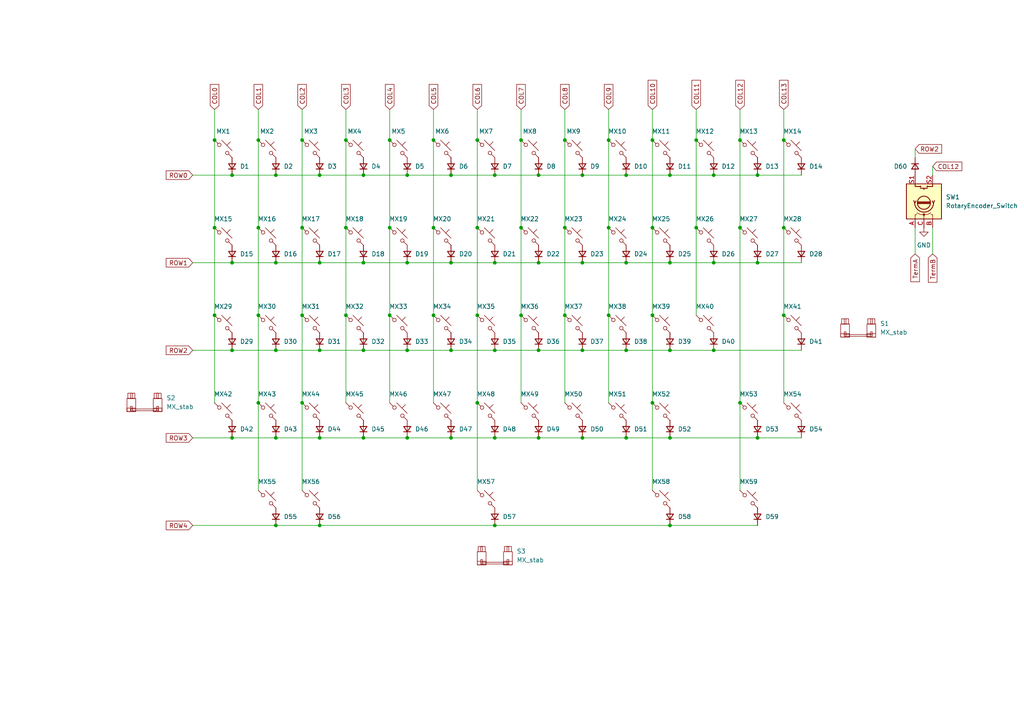
<source format=kicad_sch>
(kicad_sch (version 20231120) (generator "eeschema") (generator_version "8.0")
  (paper "A4")
  (lib_symbols
    (symbol "Device:D_Small" (pin_numbers hide) (pin_names (offset 0.254) hide)
      (property "Reference" "D" (at -1.27 2.032 0))
      (property "Value" "D_Small" (at -3.81 -2.032 0))
      (symbol "D_Small_1_1"
        (pin passive line (at -2.54 0 0) (length 1.778) (name "K") (number "1"))
        (pin passive line (at 2.54 0 180) (length 1.778) (name "A") (number "2"))
      )
    )
    (symbol "Device:RotaryEncoder_Switch" (pin_names (offset 0.254) hide)
      (property "Reference" "SW" (at 0 6.604 0))
      (property "Value" "RotaryEncoder_Switch" (at 0 -6.604 0))
      (symbol "RotaryEncoder_Switch_1_1"
        (pin passive line (at -7.62 2.54 0) (length 2.54) (name "A") (number "A"))
        (pin passive line (at -7.62 -2.54 0) (length 2.54) (name "B") (number "B"))
        (pin passive line (at -7.62 0 0) (length 2.54) (name "C") (number "C"))
        (pin passive line (at 7.62 2.54 180) (length 2.54) (name "S1") (number "S1"))
        (pin passive line (at 7.62 -2.54 180) (length 2.54) (name "S2") (number "S2"))
      )
    )
    (symbol "PCM_marbastlib-mx:MX_SW_solder" (pin_numbers hide) (pin_names (offset 1.016) hide)
      (property "Reference" "MX" (at 3.048 1.016 0))
      (property "Value" "MX_SW_solder" (at 0 -3.81 0))
      (symbol "MX_SW_solder_0_1"
        (pin passive line (at -2.54 2.54 0) (length 0) (name "1") (number "1"))
        (pin passive line (at 2.54 -2.54 180) (length 0) (name "2") (number "2"))
      )
    )
    (symbol "PCM_marbastlib-mx:MX_stab" (pin_names (offset 1.016))
      (property "Reference" "S" (at -5.08 6.35 0))
      (property "Value" "MX_stab" (at -5.08 3.81 0))
    )
    (symbol "power:GND" (power) (pin_numbers hide) (pin_names (offset 0) hide)
      (property "Value" "GND" (at 0 -3.81 0))
      (symbol "GND_1_1"
        (pin power_in line (at 0 0 270) (length 0) (name "~") (number "1"))
      )
    )
  )
  (junction (at 151.13 66.04))
  (junction (at 80.01 76.2))
  (junction (at 74.93 40.64))
  (junction (at 227.33 66.04))
  (junction (at 163.83 91.44))
  (junction (at 92.71 101.6))
  (junction (at 92.71 127))
  (junction (at 214.63 116.84))
  (junction (at 143.51 76.2))
  (junction (at 156.21 127))
  (junction (at 163.83 40.64))
  (junction (at 130.81 76.2))
  (junction (at 201.93 40.64))
  (junction (at 80.01 50.8))
  (junction (at 87.63 66.04))
  (junction (at 176.53 66.04))
  (junction (at 168.91 101.6))
  (junction (at 194.31 152.4))
  (junction (at 143.51 50.8))
  (junction (at 168.91 76.2))
  (junction (at 214.63 40.64))
  (junction (at 156.21 50.8))
  (junction (at 87.63 40.64))
  (junction (at 125.73 91.44))
  (junction (at 219.71 50.8))
  (junction (at 194.31 76.2))
  (junction (at 105.41 50.8))
  (junction (at 181.61 101.6))
  (junction (at 100.33 91.44))
  (junction (at 168.91 127))
  (junction (at 80.01 152.4))
  (junction (at 130.81 127))
  (junction (at 201.93 66.04))
  (junction (at 67.31 101.6))
  (junction (at 67.31 127))
  (junction (at 168.91 50.8))
  (junction (at 118.11 101.6))
  (junction (at 207.01 101.6))
  (junction (at 214.63 66.04))
  (junction (at 181.61 50.8))
  (junction (at 181.61 127))
  (junction (at 74.93 91.44))
  (junction (at 105.41 76.2))
  (junction (at 227.33 40.64))
  (junction (at 163.83 66.04))
  (junction (at 100.33 40.64))
  (junction (at 219.71 127))
  (junction (at 143.51 152.4))
  (junction (at 92.71 50.8))
  (junction (at 151.13 91.44))
  (junction (at 67.31 76.2))
  (junction (at 138.43 40.64))
  (junction (at 130.81 50.8))
  (junction (at 151.13 40.64))
  (junction (at 125.73 40.64))
  (junction (at 194.31 101.6))
  (junction (at 74.93 66.04))
  (junction (at 181.61 76.2))
  (junction (at 118.11 76.2))
  (junction (at 189.23 116.84))
  (junction (at 130.81 101.6))
  (junction (at 62.23 40.64))
  (junction (at 143.51 101.6))
  (junction (at 80.01 127))
  (junction (at 143.51 127))
  (junction (at 138.43 66.04))
  (junction (at 74.93 116.84))
  (junction (at 125.73 66.04))
  (junction (at 176.53 40.64))
  (junction (at 62.23 66.04))
  (junction (at 92.71 152.4))
  (junction (at 62.23 91.44))
  (junction (at 118.11 127))
  (junction (at 87.63 116.84))
  (junction (at 219.71 76.2))
  (junction (at 194.31 50.8))
  (junction (at 207.01 50.8))
  (junction (at 207.01 76.2))
  (junction (at 156.21 101.6))
  (junction (at 176.53 91.44))
  (junction (at 100.33 66.04))
  (junction (at 118.11 50.8))
  (junction (at 138.43 116.84))
  (junction (at 80.01 101.6))
  (junction (at 227.33 91.44))
  (junction (at 189.23 91.44))
  (junction (at 194.31 127))
  (junction (at 138.43 91.44))
  (junction (at 105.41 127))
  (junction (at 113.03 40.64))
  (junction (at 156.21 76.2))
  (junction (at 67.31 50.8))
  (junction (at 87.63 91.44))
  (junction (at 189.23 66.04))
  (junction (at 113.03 91.44))
  (junction (at 105.41 101.6))
  (junction (at 113.03 66.04))
  (junction (at 189.23 40.64))
  (junction (at 92.71 76.2))
  (wire (pts (xy 92.71 127) (xy 105.41 127)))
  (wire (pts (xy 105.41 101.6) (xy 118.11 101.6)))
  (wire (pts (xy 55.88 50.8) (xy 67.31 50.8)))
  (wire (pts (xy 219.71 50.8) (xy 232.41 50.8)))
  (wire (pts (xy 55.88 127) (xy 67.31 127)))
  (wire (pts (xy 55.88 152.4) (xy 80.01 152.4)))
  (wire (pts (xy 156.21 50.8) (xy 168.91 50.8)))
  (wire (pts (xy 270.51 48.26) (xy 270.51 50.8)))
  (wire (pts (xy 92.71 152.4) (xy 143.51 152.4)))
  (wire (pts (xy 194.31 152.4) (xy 219.71 152.4)))
  (wire (pts (xy 62.23 91.44) (xy 62.23 116.84)))
  (wire (pts (xy 74.93 91.44) (xy 74.93 116.84)))
  (wire (pts (xy 143.51 127) (xy 156.21 127)))
  (wire (pts (xy 265.43 43.18) (xy 265.43 45.72)))
  (wire (pts (xy 168.91 50.8) (xy 181.61 50.8)))
  (wire (pts (xy 100.33 66.04) (xy 100.33 91.44)))
  (wire (pts (xy 118.11 76.2) (xy 130.81 76.2)))
  (wire (pts (xy 265.43 73.66) (xy 265.43 66.04)))
  (wire (pts (xy 130.81 101.6) (xy 143.51 101.6)))
  (wire (pts (xy 163.83 31.75) (xy 163.83 40.64)))
  (wire (pts (xy 100.33 31.75) (xy 100.33 40.64)))
  (wire (pts (xy 219.71 127) (xy 232.41 127)))
  (wire (pts (xy 92.71 101.6) (xy 105.41 101.6)))
  (wire (pts (xy 176.53 40.64) (xy 176.53 66.04)))
  (wire (pts (xy 80.01 50.8) (xy 92.71 50.8)))
  (wire (pts (xy 113.03 40.64) (xy 113.03 66.04)))
  (wire (pts (xy 194.31 76.2) (xy 207.01 76.2)))
  (wire (pts (xy 125.73 31.75) (xy 125.73 40.64)))
  (wire (pts (xy 118.11 101.6) (xy 130.81 101.6)))
  (wire (pts (xy 130.81 50.8) (xy 143.51 50.8)))
  (wire (pts (xy 74.93 31.75) (xy 74.93 40.64)))
  (wire (pts (xy 194.31 127) (xy 219.71 127)))
  (wire (pts (xy 130.81 76.2) (xy 143.51 76.2)))
  (wire (pts (xy 201.93 66.04) (xy 201.93 91.44)))
  (wire (pts (xy 113.03 91.44) (xy 113.03 116.84)))
  (wire (pts (xy 176.53 91.44) (xy 176.53 116.84)))
  (wire (pts (xy 105.41 50.8) (xy 118.11 50.8)))
  (wire (pts (xy 181.61 76.2) (xy 194.31 76.2)))
  (wire (pts (xy 270.51 73.66) (xy 270.51 66.04)))
  (wire (pts (xy 143.51 50.8) (xy 156.21 50.8)))
  (wire (pts (xy 176.53 31.75) (xy 176.53 40.64)))
  (wire (pts (xy 113.03 31.75) (xy 113.03 40.64)))
  (wire (pts (xy 118.11 50.8) (xy 130.81 50.8)))
  (wire (pts (xy 168.91 76.2) (xy 181.61 76.2)))
  (wire (pts (xy 138.43 40.64) (xy 138.43 66.04)))
  (wire (pts (xy 67.31 101.6) (xy 80.01 101.6)))
  (wire (pts (xy 55.88 101.6) (xy 67.31 101.6)))
  (wire (pts (xy 138.43 31.75) (xy 138.43 40.64)))
  (wire (pts (xy 74.93 116.84) (xy 74.93 142.24)))
  (wire (pts (xy 189.23 31.75) (xy 189.23 40.64)))
  (wire (pts (xy 227.33 66.04) (xy 227.33 91.44)))
  (wire (pts (xy 80.01 127) (xy 92.71 127)))
  (wire (pts (xy 151.13 91.44) (xy 151.13 116.84)))
  (wire (pts (xy 138.43 116.84) (xy 138.43 142.24)))
  (wire (pts (xy 227.33 31.75) (xy 227.33 40.64)))
  (wire (pts (xy 214.63 116.84) (xy 214.63 142.24)))
  (wire (pts (xy 87.63 91.44) (xy 87.63 116.84)))
  (wire (pts (xy 87.63 40.64) (xy 87.63 66.04)))
  (wire (pts (xy 181.61 101.6) (xy 194.31 101.6)))
  (wire (pts (xy 67.31 50.8) (xy 80.01 50.8)))
  (wire (pts (xy 105.41 127) (xy 118.11 127)))
  (wire (pts (xy 92.71 76.2) (xy 105.41 76.2)))
  (wire (pts (xy 55.88 76.2) (xy 67.31 76.2)))
  (wire (pts (xy 163.83 91.44) (xy 163.83 116.84)))
  (wire (pts (xy 125.73 40.64) (xy 125.73 66.04)))
  (wire (pts (xy 87.63 31.75) (xy 87.63 40.64)))
  (wire (pts (xy 151.13 66.04) (xy 151.13 91.44)))
  (wire (pts (xy 181.61 50.8) (xy 194.31 50.8)))
  (wire (pts (xy 62.23 66.04) (xy 62.23 91.44)))
  (wire (pts (xy 156.21 127) (xy 168.91 127)))
  (wire (pts (xy 80.01 76.2) (xy 92.71 76.2)))
  (wire (pts (xy 100.33 91.44) (xy 100.33 116.84)))
  (wire (pts (xy 163.83 66.04) (xy 163.83 91.44)))
  (wire (pts (xy 143.51 76.2) (xy 156.21 76.2)))
  (wire (pts (xy 118.11 127) (xy 130.81 127)))
  (wire (pts (xy 62.23 40.64) (xy 62.23 66.04)))
  (wire (pts (xy 227.33 40.64) (xy 227.33 66.04)))
  (wire (pts (xy 214.63 31.75) (xy 214.63 40.64)))
  (wire (pts (xy 74.93 40.64) (xy 74.93 66.04)))
  (wire (pts (xy 125.73 66.04) (xy 125.73 91.44)))
  (wire (pts (xy 138.43 66.04) (xy 138.43 91.44)))
  (wire (pts (xy 113.03 66.04) (xy 113.03 91.44)))
  (wire (pts (xy 207.01 50.8) (xy 219.71 50.8)))
  (wire (pts (xy 207.01 76.2) (xy 219.71 76.2)))
  (wire (pts (xy 130.81 127) (xy 143.51 127)))
  (wire (pts (xy 189.23 91.44) (xy 189.23 116.84)))
  (wire (pts (xy 67.31 76.2) (xy 80.01 76.2)))
  (wire (pts (xy 176.53 66.04) (xy 176.53 91.44)))
  (wire (pts (xy 92.71 50.8) (xy 105.41 50.8)))
  (wire (pts (xy 62.23 31.75) (xy 62.23 40.64)))
  (wire (pts (xy 67.31 127) (xy 80.01 127)))
  (wire (pts (xy 189.23 40.64) (xy 189.23 66.04)))
  (wire (pts (xy 151.13 40.64) (xy 151.13 66.04)))
  (wire (pts (xy 143.51 101.6) (xy 156.21 101.6)))
  (wire (pts (xy 156.21 76.2) (xy 168.91 76.2)))
  (wire (pts (xy 125.73 91.44) (xy 125.73 116.84)))
  (wire (pts (xy 87.63 116.84) (xy 87.63 142.24)))
  (wire (pts (xy 156.21 101.6) (xy 168.91 101.6)))
  (wire (pts (xy 151.13 31.75) (xy 151.13 40.64)))
  (wire (pts (xy 138.43 91.44) (xy 138.43 116.84)))
  (wire (pts (xy 168.91 101.6) (xy 181.61 101.6)))
  (wire (pts (xy 214.63 40.64) (xy 214.63 66.04)))
  (wire (pts (xy 201.93 40.64) (xy 201.93 66.04)))
  (wire (pts (xy 168.91 127) (xy 181.61 127)))
  (wire (pts (xy 201.93 31.75) (xy 201.93 40.64)))
  (wire (pts (xy 189.23 116.84) (xy 189.23 142.24)))
  (wire (pts (xy 214.63 66.04) (xy 214.63 116.84)))
  (wire (pts (xy 87.63 66.04) (xy 87.63 91.44)))
  (wire (pts (xy 100.33 40.64) (xy 100.33 66.04)))
  (wire (pts (xy 194.31 101.6) (xy 207.01 101.6)))
  (wire (pts (xy 105.41 76.2) (xy 118.11 76.2)))
  (wire (pts (xy 163.83 40.64) (xy 163.83 66.04)))
  (wire (pts (xy 74.93 66.04) (xy 74.93 91.44)))
  (wire (pts (xy 227.33 91.44) (xy 227.33 116.84)))
  (wire (pts (xy 80.01 152.4) (xy 92.71 152.4)))
  (wire (pts (xy 80.01 101.6) (xy 92.71 101.6)))
  (wire (pts (xy 207.01 101.6) (xy 232.41 101.6)))
  (wire (pts (xy 219.71 76.2) (xy 232.41 76.2)))
  (wire (pts (xy 143.51 152.4) (xy 194.31 152.4)))
  (wire (pts (xy 181.61 127) (xy 194.31 127)))
  (wire (pts (xy 189.23 66.04) (xy 189.23 91.44)))
  (wire (pts (xy 194.31 50.8) (xy 207.01 50.8)))
  (global_label "COL11" (shape input) (at 201.93 31.75 90) (property "Intersheetrefs" "${INTERSHEET_REFS}" (effects (hide yes))))
  (global_label "ROW1" (shape input) (at 55.88 76.2 180) (property "Intersheetrefs" "${INTERSHEET_REFS}" (effects (hide yes))))
  (global_label "COL10" (shape input) (at 189.23 31.75 90) (property "Intersheetrefs" "${INTERSHEET_REFS}" (effects (hide yes))))
  (global_label "COL13" (shape input) (at 227.33 31.75 90) (property "Intersheetrefs" "${INTERSHEET_REFS}" (effects (hide yes))))
  (global_label "COL3" (shape input) (at 100.33 31.75 90) (property "Intersheetrefs" "${INTERSHEET_REFS}" (effects (hide yes))))
  (global_label "COL0" (shape input) (at 62.23 31.75 90) (property "Intersheetrefs" "${INTERSHEET_REFS}" (effects (hide yes))))
  (global_label "COL5" (shape input) (at 125.73 31.75 90) (property "Intersheetrefs" "${INTERSHEET_REFS}" (effects (hide yes))))
  (global_label "ROW0" (shape input) (at 55.88 50.8 180) (property "Intersheetrefs" "${INTERSHEET_REFS}" (effects (hide yes))))
  (global_label "COL1" (shape input) (at 74.93 31.75 90) (property "Intersheetrefs" "${INTERSHEET_REFS}" (effects (hide yes))))
  (global_label "COL2" (shape input) (at 87.63 31.75 90) (property "Intersheetrefs" "${INTERSHEET_REFS}" (effects (hide yes))))
  (global_label "TermA" (shape input) (at 265.43 73.66 270) (property "Intersheetrefs" "${INTERSHEET_REFS}" (effects (hide yes))))
  (global_label "COL6" (shape input) (at 138.43 31.75 90) (property "Intersheetrefs" "${INTERSHEET_REFS}" (effects (hide yes))))
  (global_label "ROW3" (shape input) (at 55.88 127 180) (property "Intersheetrefs" "${INTERSHEET_REFS}" (effects (hide yes))))
  (global_label "TermB" (shape input) (at 270.51 73.66 270) (property "Intersheetrefs" "${INTERSHEET_REFS}" (effects (hide yes))))
  (global_label "COL9" (shape input) (at 176.53 31.75 90) (property "Intersheetrefs" "${INTERSHEET_REFS}" (effects (hide yes))))
  (global_label "ROW2" (shape input) (at 265.43 43.18 0) (property "Intersheetrefs" "${INTERSHEET_REFS}" (effects (hide yes))))
  (global_label "COL8" (shape input) (at 163.83 31.75 90) (property "Intersheetrefs" "${INTERSHEET_REFS}" (effects (hide yes))))
  (global_label "COL12" (shape input) (at 214.63 31.75 90) (property "Intersheetrefs" "${INTERSHEET_REFS}" (effects (hide yes))))
  (global_label "COL12" (shape input) (at 270.51 48.26 0) (property "Intersheetrefs" "${INTERSHEET_REFS}" (effects (hide yes))))
  (global_label "COL4" (shape input) (at 113.03 31.75 90) (property "Intersheetrefs" "${INTERSHEET_REFS}" (effects (hide yes))))
  (global_label "ROW4" (shape input) (at 55.88 152.4 180) (property "Intersheetrefs" "${INTERSHEET_REFS}" (effects (hide yes))))
  (global_label "COL7" (shape input) (at 151.13 31.75 90) (property "Intersheetrefs" "${INTERSHEET_REFS}" (effects (hide yes))))
  (global_label "ROW2" (shape input) (at 55.88 101.6 180) (property "Intersheetrefs" "${INTERSHEET_REFS}" (effects (hide yes))))
  (symbol (lib_id "Device:RotaryEncoder_Switch") (at 267.97 58.42 90) (unit 1)
    (property "Reference" "SW1" (at 274.32 57.1499 90) (effects (justify right)))
    (property "Value" "RotaryEncoder_Switch" (at 274.32 59.6899 90) (effects (justify right)))
    (property "Footprint" "PCM_marbastlib-various:ROT_Alps_EC11E-Switch" (effects (hide yes)))
    (property "Description" "Rotary encoder, dual channel, incremental quadrate outputs, with switch" (effects (hide yes)))
  )
  (symbol (lib_id "Device:D_Small") (at 130.81 99.06 90) (unit 1)
    (property "Reference" "D34" (at 133.096 99.06 90) (effects (justify right)))
    (property "Value" "D_Small" (effects (hide yes)))
    (property "Footprint" "Diode_SMD:D_SOD-123" (effects (hide yes)))
    (property "Description" "Diode, small symbol" (effects (hide yes)))
    (property "Sim.Device" "D" (effects (hide yes)))
    (property "Sim.Pins" "1=K 2=A" (effects (hide yes)))
  )
  (symbol (lib_id "PCM_marbastlib-mx:MX_SW_solder") (at 128.27 93.98 0) (unit 1)
    (property "Reference" "MX34" (at 128.27 88.9 0))
    (property "Value" "MX_SW_solder" (effects (hide yes)))
    (property "Footprint" "PCM_marbastlib-mx:SW_MX_HS_CPG151101S11_1u" (effects (hide yes)))
    (property "Description" "Push button switch, normally open, two pins, 45° tilted" (effects (hide yes)))
  )
  (symbol (lib_id "Device:D_Small") (at 207.01 73.66 90) (unit 1)
    (property "Reference" "D26" (at 209.296 73.66 90) (effects (justify right)))
    (property "Value" "D_Small" (effects (hide yes)))
    (property "Footprint" "Diode_SMD:D_SOD-123" (effects (hide yes)))
    (property "Description" "Diode, small symbol" (effects (hide yes)))
    (property "Sim.Device" "D" (effects (hide yes)))
    (property "Sim.Pins" "1=K 2=A" (effects (hide yes)))
  )
  (symbol (lib_id "Device:D_Small") (at 92.71 124.46 90) (unit 1)
    (property "Reference" "D44" (at 94.996 124.46 90) (effects (justify right)))
    (property "Value" "D_Small" (effects (hide yes)))
    (property "Footprint" "Diode_SMD:D_SOD-123" (effects (hide yes)))
    (property "Description" "Diode, small symbol" (effects (hide yes)))
    (property "Sim.Device" "D" (effects (hide yes)))
    (property "Sim.Pins" "1=K 2=A" (effects (hide yes)))
  )
  (symbol (lib_id "PCM_marbastlib-mx:MX_SW_solder") (at 64.77 119.38 0) (unit 1)
    (property "Reference" "MX42" (at 64.77 114.3 0))
    (property "Value" "MX_SW_solder" (effects (hide yes)))
    (property "Footprint" "PCM_marbastlib-mx:SW_MX_HS_CPG151101S11_1u" (effects (hide yes)))
    (property "Description" "Push button switch, normally open, two pins, 45° tilted" (effects (hide yes)))
  )
  (symbol (lib_id "Device:D_Small") (at 232.41 48.26 90) (unit 1)
    (property "Reference" "D14" (at 234.696 48.26 90) (effects (justify right)))
    (property "Value" "D_Small" (effects (hide yes)))
    (property "Footprint" "Diode_SMD:D_SOD-123" (effects (hide yes)))
    (property "Description" "Diode, small symbol" (effects (hide yes)))
    (property "Sim.Device" "D" (effects (hide yes)))
    (property "Sim.Pins" "1=K 2=A" (effects (hide yes)))
  )
  (symbol (lib_id "Device:D_Small") (at 92.71 73.66 90) (unit 1)
    (property "Reference" "D17" (at 94.996 73.66 90) (effects (justify right)))
    (property "Value" "D_Small" (effects (hide yes)))
    (property "Footprint" "Diode_SMD:D_SOD-123" (effects (hide yes)))
    (property "Description" "Diode, small symbol" (effects (hide yes)))
    (property "Sim.Device" "D" (effects (hide yes)))
    (property "Sim.Pins" "1=K 2=A" (effects (hide yes)))
  )
  (symbol (lib_id "Device:D_Small") (at 105.41 99.06 90) (unit 1)
    (property "Reference" "D32" (at 107.696 99.06 90) (effects (justify right)))
    (property "Value" "D_Small" (effects (hide yes)))
    (property "Footprint" "Diode_SMD:D_SOD-123" (effects (hide yes)))
    (property "Description" "Diode, small symbol" (effects (hide yes)))
    (property "Sim.Device" "D" (effects (hide yes)))
    (property "Sim.Pins" "1=K 2=A" (effects (hide yes)))
  )
  (symbol (lib_id "Device:D_Small") (at 143.51 48.26 90) (unit 1)
    (property "Reference" "D7" (at 145.796 48.26 90) (effects (justify right)))
    (property "Value" "D_Small" (effects (hide yes)))
    (property "Footprint" "Diode_SMD:D_SOD-123" (effects (hide yes)))
    (property "Description" "Diode, small symbol" (effects (hide yes)))
    (property "Sim.Device" "D" (effects (hide yes)))
    (property "Sim.Pins" "1=K 2=A" (effects (hide yes)))
  )
  (symbol (lib_id "Device:D_Small") (at 80.01 149.86 90) (unit 1)
    (property "Reference" "D55" (at 82.296 149.86 90) (effects (justify right)))
    (property "Value" "D_Small" (effects (hide yes)))
    (property "Footprint" "Diode_SMD:D_SOD-123" (effects (hide yes)))
    (property "Description" "Diode, small symbol" (effects (hide yes)))
    (property "Sim.Device" "D" (effects (hide yes)))
    (property "Sim.Pins" "1=K 2=A" (effects (hide yes)))
  )
  (symbol (lib_id "PCM_marbastlib-mx:MX_stab") (at 41.91 116.84 0) (unit 1)
    (property "Reference" "S2" (at 48.26 115.4429 0) (effects (justify left)))
    (property "Value" "MX_stab" (at 48.26 117.9829 0) (effects (justify left)))
    (property "Footprint" "PCM_marbastlib-mx:STAB_MX_2.25u" (effects (hide yes)))
    (property "Description" "Cherry MX-style stabilizer" (effects (hide yes)))
  )
  (symbol (lib_id "Device:D_Small") (at 219.71 124.46 90) (unit 1)
    (property "Reference" "D53" (at 221.996 124.46 90) (effects (justify right)))
    (property "Value" "D_Small" (effects (hide yes)))
    (property "Footprint" "Diode_SMD:D_SOD-123" (effects (hide yes)))
    (property "Description" "Diode, small symbol" (effects (hide yes)))
    (property "Sim.Device" "D" (effects (hide yes)))
    (property "Sim.Pins" "1=K 2=A" (effects (hide yes)))
  )
  (symbol (lib_id "PCM_marbastlib-mx:MX_SW_solder") (at 204.47 93.98 0) (unit 1)
    (property "Reference" "MX40" (at 204.47 88.9 0))
    (property "Value" "MX_SW_solder" (effects (hide yes)))
    (property "Footprint" "PCM_marbastlib-mx:SW_MX_HS_CPG151101S11_1u" (effects (hide yes)))
    (property "Description" "Push button switch, normally open, two pins, 45° tilted" (effects (hide yes)))
  )
  (symbol (lib_id "PCM_marbastlib-mx:MX_SW_solder") (at 191.77 93.98 0) (unit 1)
    (property "Reference" "MX39" (at 191.77 88.9 0))
    (property "Value" "MX_SW_solder" (effects (hide yes)))
    (property "Footprint" "PCM_marbastlib-mx:SW_MX_HS_CPG151101S11_1u" (effects (hide yes)))
    (property "Description" "Push button switch, normally open, two pins, 45° tilted" (effects (hide yes)))
  )
  (symbol (lib_id "Device:D_Small") (at 219.71 48.26 90) (unit 1)
    (property "Reference" "D13" (at 221.996 48.26 90) (effects (justify right)))
    (property "Value" "D_Small" (effects (hide yes)))
    (property "Footprint" "Diode_SMD:D_SOD-123" (effects (hide yes)))
    (property "Description" "Diode, small symbol" (effects (hide yes)))
    (property "Sim.Device" "D" (effects (hide yes)))
    (property "Sim.Pins" "1=K 2=A" (effects (hide yes)))
  )
  (symbol (lib_id "Device:D_Small") (at 194.31 48.26 90) (unit 1)
    (property "Reference" "D11" (at 196.596 48.26 90) (effects (justify right)))
    (property "Value" "D_Small" (effects (hide yes)))
    (property "Footprint" "Diode_SMD:D_SOD-123" (effects (hide yes)))
    (property "Description" "Diode, small symbol" (effects (hide yes)))
    (property "Sim.Device" "D" (effects (hide yes)))
    (property "Sim.Pins" "1=K 2=A" (effects (hide yes)))
  )
  (symbol (lib_id "PCM_marbastlib-mx:MX_SW_solder") (at 77.47 119.38 0) (unit 1)
    (property "Reference" "MX43" (at 77.47 114.3 0))
    (property "Value" "MX_SW_solder" (effects (hide yes)))
    (property "Footprint" "PCM_marbastlib-mx:SW_MX_HS_CPG151101S11_1u" (effects (hide yes)))
    (property "Description" "Push button switch, normally open, two pins, 45° tilted" (effects (hide yes)))
  )
  (symbol (lib_id "Device:D_Small") (at 181.61 99.06 90) (unit 1)
    (property "Reference" "D38" (at 183.896 99.06 90) (effects (justify right)))
    (property "Value" "D_Small" (effects (hide yes)))
    (property "Footprint" "Diode_SMD:D_SOD-123" (effects (hide yes)))
    (property "Description" "Diode, small symbol" (effects (hide yes)))
    (property "Sim.Device" "D" (effects (hide yes)))
    (property "Sim.Pins" "1=K 2=A" (effects (hide yes)))
  )
  (symbol (lib_id "PCM_marbastlib-mx:MX_SW_solder") (at 102.87 119.38 0) (unit 1)
    (property "Reference" "MX45" (at 102.87 114.3 0))
    (property "Value" "MX_SW_solder" (effects (hide yes)))
    (property "Footprint" "PCM_marbastlib-mx:SW_MX_HS_CPG151101S11_1u" (effects (hide yes)))
    (property "Description" "Push button switch, normally open, two pins, 45° tilted" (effects (hide yes)))
  )
  (symbol (lib_id "Device:D_Small") (at 207.01 48.26 90) (unit 1)
    (property "Reference" "D12" (at 209.296 48.26 90) (effects (justify right)))
    (property "Value" "D_Small" (effects (hide yes)))
    (property "Footprint" "Diode_SMD:D_SOD-123" (effects (hide yes)))
    (property "Description" "Diode, small symbol" (effects (hide yes)))
    (property "Sim.Device" "D" (effects (hide yes)))
    (property "Sim.Pins" "1=K 2=A" (effects (hide yes)))
  )
  (symbol (lib_id "PCM_marbastlib-mx:MX_SW_solder") (at 102.87 43.18 0) (unit 1)
    (property "Reference" "MX4" (at 102.87 38.1 0))
    (property "Value" "MX_SW_solder" (effects (hide yes)))
    (property "Footprint" "PCM_marbastlib-mx:SW_MX_HS_CPG151101S11_1u" (effects (hide yes)))
    (property "Description" "Push button switch, normally open, two pins, 45° tilted" (effects (hide yes)))
  )
  (symbol (lib_id "Device:D_Small") (at 143.51 73.66 90) (unit 1)
    (property "Reference" "D21" (at 145.796 73.66 90) (effects (justify right)))
    (property "Value" "D_Small" (effects (hide yes)))
    (property "Footprint" "Diode_SMD:D_SOD-123" (effects (hide yes)))
    (property "Description" "Diode, small symbol" (effects (hide yes)))
    (property "Sim.Device" "D" (effects (hide yes)))
    (property "Sim.Pins" "1=K 2=A" (effects (hide yes)))
  )
  (symbol (lib_id "PCM_marbastlib-mx:MX_SW_solder") (at 217.17 119.38 0) (unit 1)
    (property "Reference" "MX53" (at 217.17 114.3 0))
    (property "Value" "MX_SW_solder" (effects (hide yes)))
    (property "Footprint" "PCM_marbastlib-mx:SW_MX_HS_CPG151101S11_1u" (effects (hide yes)))
    (property "Description" "Push button switch, normally open, two pins, 45° tilted" (effects (hide yes)))
  )
  (symbol (lib_id "PCM_marbastlib-mx:MX_SW_solder") (at 64.77 93.98 0) (unit 1)
    (property "Reference" "MX29" (at 64.77 88.9 0))
    (property "Value" "MX_SW_solder" (effects (hide yes)))
    (property "Footprint" "PCM_marbastlib-mx:SW_MX_HS_CPG151101S11_1u" (effects (hide yes)))
    (property "Description" "Push button switch, normally open, two pins, 45° tilted" (effects (hide yes)))
  )
  (symbol (lib_id "PCM_marbastlib-mx:MX_SW_solder") (at 64.77 68.58 0) (unit 1)
    (property "Reference" "MX15" (at 64.77 63.5 0))
    (property "Value" "MX_SW_solder" (effects (hide yes)))
    (property "Footprint" "PCM_marbastlib-mx:SW_MX_HS_CPG151101S11_1u" (effects (hide yes)))
    (property "Description" "Push button switch, normally open, two pins, 45° tilted" (effects (hide yes)))
  )
  (symbol (lib_id "PCM_marbastlib-mx:MX_SW_solder") (at 140.97 144.78 0) (unit 1)
    (property "Reference" "MX57" (at 140.97 139.7 0))
    (property "Value" "MX_SW_solder" (effects (hide yes)))
    (property "Footprint" "PCM_marbastlib-mx:SW_MX_HS_CPG151101S11_1u" (effects (hide yes)))
    (property "Description" "Push button switch, normally open, two pins, 45° tilted" (effects (hide yes)))
  )
  (symbol (lib_id "PCM_marbastlib-mx:MX_SW_solder") (at 166.37 68.58 0) (unit 1)
    (property "Reference" "MX23" (at 166.37 63.5 0))
    (property "Value" "MX_SW_solder" (effects (hide yes)))
    (property "Footprint" "PCM_marbastlib-mx:SW_MX_HS_CPG151101S11_1u" (effects (hide yes)))
    (property "Description" "Push button switch, normally open, two pins, 45° tilted" (effects (hide yes)))
  )
  (symbol (lib_id "PCM_marbastlib-mx:MX_SW_solder") (at 179.07 93.98 0) (unit 1)
    (property "Reference" "MX38" (at 179.07 88.9 0))
    (property "Value" "MX_SW_solder" (effects (hide yes)))
    (property "Footprint" "PCM_marbastlib-mx:SW_MX_HS_CPG151101S11_1u" (effects (hide yes)))
    (property "Description" "Push button switch, normally open, two pins, 45° tilted" (effects (hide yes)))
  )
  (symbol (lib_id "Device:D_Small") (at 67.31 48.26 90) (unit 1)
    (property "Reference" "D1" (at 69.596 48.26 90) (effects (justify right)))
    (property "Value" "D_Small" (effects (hide yes)))
    (property "Footprint" "Diode_SMD:D_SOD-123" (effects (hide yes)))
    (property "Description" "Diode, small symbol" (effects (hide yes)))
    (property "Sim.Device" "D" (effects (hide yes)))
    (property "Sim.Pins" "1=K 2=A" (effects (hide yes)))
  )
  (symbol (lib_id "PCM_marbastlib-mx:MX_SW_solder") (at 179.07 119.38 0) (unit 1)
    (property "Reference" "MX51" (at 179.07 114.3 0))
    (property "Value" "MX_SW_solder" (effects (hide yes)))
    (property "Footprint" "PCM_marbastlib-mx:SW_MX_HS_CPG151101S11_1u" (effects (hide yes)))
    (property "Description" "Push button switch, normally open, two pins, 45° tilted" (effects (hide yes)))
  )
  (symbol (lib_id "Device:D_Small") (at 143.51 124.46 90) (unit 1)
    (property "Reference" "D48" (at 145.796 124.46 90) (effects (justify right)))
    (property "Value" "D_Small" (effects (hide yes)))
    (property "Footprint" "Diode_SMD:D_SOD-123" (effects (hide yes)))
    (property "Description" "Diode, small symbol" (effects (hide yes)))
    (property "Sim.Device" "D" (effects (hide yes)))
    (property "Sim.Pins" "1=K 2=A" (effects (hide yes)))
  )
  (symbol (lib_id "Device:D_Small") (at 80.01 48.26 90) (unit 1)
    (property "Reference" "D2" (at 82.296 48.26 90) (effects (justify right)))
    (property "Value" "D_Small" (effects (hide yes)))
    (property "Footprint" "Diode_SMD:D_SOD-123" (effects (hide yes)))
    (property "Description" "Diode, small symbol" (effects (hide yes)))
    (property "Sim.Device" "D" (effects (hide yes)))
    (property "Sim.Pins" "1=K 2=A" (effects (hide yes)))
  )
  (symbol (lib_id "PCM_marbastlib-mx:MX_SW_solder") (at 204.47 43.18 0) (unit 1)
    (property "Reference" "MX12" (at 204.47 38.1 0))
    (property "Value" "MX_SW_solder" (effects (hide yes)))
    (property "Footprint" "PCM_marbastlib-mx:SW_MX_HS_CPG151101S11_1u" (effects (hide yes)))
    (property "Description" "Push button switch, normally open, two pins, 45° tilted" (effects (hide yes)))
  )
  (symbol (lib_id "Device:D_Small") (at 232.41 124.46 90) (unit 1)
    (property "Reference" "D54" (at 234.696 124.46 90) (effects (justify right)))
    (property "Value" "D_Small" (effects (hide yes)))
    (property "Footprint" "Diode_SMD:D_SOD-123" (effects (hide yes)))
    (property "Description" "Diode, small symbol" (effects (hide yes)))
    (property "Sim.Device" "D" (effects (hide yes)))
    (property "Sim.Pins" "1=K 2=A" (effects (hide yes)))
  )
  (symbol (lib_id "Device:D_Small") (at 219.71 149.86 90) (unit 1)
    (property "Reference" "D59" (at 221.996 149.86 90) (effects (justify right)))
    (property "Value" "D_Small" (effects (hide yes)))
    (property "Footprint" "Diode_SMD:D_SOD-123" (effects (hide yes)))
    (property "Description" "Diode, small symbol" (effects (hide yes)))
    (property "Sim.Device" "D" (effects (hide yes)))
    (property "Sim.Pins" "1=K 2=A" (effects (hide yes)))
  )
  (symbol (lib_id "Device:D_Small") (at 143.51 149.86 90) (unit 1)
    (property "Reference" "D57" (at 145.796 149.86 90) (effects (justify right)))
    (property "Value" "D_Small" (effects (hide yes)))
    (property "Footprint" "Diode_SMD:D_SOD-123" (effects (hide yes)))
    (property "Description" "Diode, small symbol" (effects (hide yes)))
    (property "Sim.Device" "D" (effects (hide yes)))
    (property "Sim.Pins" "1=K 2=A" (effects (hide yes)))
  )
  (symbol (lib_id "PCM_marbastlib-mx:MX_SW_solder") (at 166.37 93.98 0) (unit 1)
    (property "Reference" "MX37" (at 166.37 88.9 0))
    (property "Value" "MX_SW_solder" (effects (hide yes)))
    (property "Footprint" "PCM_marbastlib-mx:SW_MX_HS_CPG151101S11_1u" (effects (hide yes)))
    (property "Description" "Push button switch, normally open, two pins, 45° tilted" (effects (hide yes)))
  )
  (symbol (lib_id "PCM_marbastlib-mx:MX_SW_solder") (at 90.17 119.38 0) (unit 1)
    (property "Reference" "MX44" (at 90.17 114.3 0))
    (property "Value" "MX_SW_solder" (effects (hide yes)))
    (property "Footprint" "PCM_marbastlib-mx:SW_MX_HS_CPG151101S11_1u" (effects (hide yes)))
    (property "Description" "Push button switch, normally open, two pins, 45° tilted" (effects (hide yes)))
  )
  (symbol (lib_id "Device:D_Small") (at 181.61 73.66 90) (unit 1)
    (property "Reference" "D24" (at 183.896 73.66 90) (effects (justify right)))
    (property "Value" "D_Small" (effects (hide yes)))
    (property "Footprint" "Diode_SMD:D_SOD-123" (effects (hide yes)))
    (property "Description" "Diode, small symbol" (effects (hide yes)))
    (property "Sim.Device" "D" (effects (hide yes)))
    (property "Sim.Pins" "1=K 2=A" (effects (hide yes)))
  )
  (symbol (lib_id "Device:D_Small") (at 118.11 73.66 90) (unit 1)
    (property "Reference" "D19" (at 120.396 73.66 90) (effects (justify right)))
    (property "Value" "D_Small" (effects (hide yes)))
    (property "Footprint" "Diode_SMD:D_SOD-123" (effects (hide yes)))
    (property "Description" "Diode, small symbol" (effects (hide yes)))
    (property "Sim.Device" "D" (effects (hide yes)))
    (property "Sim.Pins" "1=K 2=A" (effects (hide yes)))
  )
  (symbol (lib_id "PCM_marbastlib-mx:MX_SW_solder") (at 140.97 68.58 0) (unit 1)
    (property "Reference" "MX21" (at 140.97 63.5 0))
    (property "Value" "MX_SW_solder" (effects (hide yes)))
    (property "Footprint" "PCM_marbastlib-mx:SW_MX_HS_CPG151101S11_1u" (effects (hide yes)))
    (property "Description" "Push button switch, normally open, two pins, 45° tilted" (effects (hide yes)))
  )
  (symbol (lib_id "PCM_marbastlib-mx:MX_SW_solder") (at 229.87 43.18 0) (unit 1)
    (property "Reference" "MX14" (at 229.87 38.1 0))
    (property "Value" "MX_SW_solder" (effects (hide yes)))
    (property "Footprint" "PCM_marbastlib-mx:SW_MX_HS_CPG151101S11_1u" (effects (hide yes)))
    (property "Description" "Push button switch, normally open, two pins, 45° tilted" (effects (hide yes)))
  )
  (symbol (lib_id "PCM_marbastlib-mx:MX_SW_solder") (at 128.27 43.18 0) (unit 1)
    (property "Reference" "MX6" (at 128.27 38.1 0))
    (property "Value" "MX_SW_solder" (effects (hide yes)))
    (property "Footprint" "PCM_marbastlib-mx:SW_MX_HS_CPG151101S11_1u" (effects (hide yes)))
    (property "Description" "Push button switch, normally open, two pins, 45° tilted" (effects (hide yes)))
  )
  (symbol (lib_id "Device:D_Small") (at 156.21 48.26 90) (unit 1)
    (property "Reference" "D8" (at 158.496 48.26 90) (effects (justify right)))
    (property "Value" "D_Small" (effects (hide yes)))
    (property "Footprint" "Diode_SMD:D_SOD-123" (effects (hide yes)))
    (property "Description" "Diode, small symbol" (effects (hide yes)))
    (property "Sim.Device" "D" (effects (hide yes)))
    (property "Sim.Pins" "1=K 2=A" (effects (hide yes)))
  )
  (symbol (lib_id "Device:D_Small") (at 143.51 99.06 90) (unit 1)
    (property "Reference" "D35" (at 145.796 99.06 90) (effects (justify right)))
    (property "Value" "D_Small" (effects (hide yes)))
    (property "Footprint" "Diode_SMD:D_SOD-123" (effects (hide yes)))
    (property "Description" "Diode, small symbol" (effects (hide yes)))
    (property "Sim.Device" "D" (effects (hide yes)))
    (property "Sim.Pins" "1=K 2=A" (effects (hide yes)))
  )
  (symbol (lib_id "Device:D_Small") (at 194.31 73.66 90) (unit 1)
    (property "Reference" "D25" (at 196.596 73.66 90) (effects (justify right)))
    (property "Value" "D_Small" (effects (hide yes)))
    (property "Footprint" "Diode_SMD:D_SOD-123" (effects (hide yes)))
    (property "Description" "Diode, small symbol" (effects (hide yes)))
    (property "Sim.Device" "D" (effects (hide yes)))
    (property "Sim.Pins" "1=K 2=A" (effects (hide yes)))
  )
  (symbol (lib_id "Device:D_Small") (at 194.31 149.86 90) (unit 1)
    (property "Reference" "D58" (at 196.596 149.86 90) (effects (justify right)))
    (property "Value" "D_Small" (effects (hide yes)))
    (property "Footprint" "Diode_SMD:D_SOD-123" (effects (hide yes)))
    (property "Description" "Diode, small symbol" (effects (hide yes)))
    (property "Sim.Device" "D" (effects (hide yes)))
    (property "Sim.Pins" "1=K 2=A" (effects (hide yes)))
  )
  (symbol (lib_id "Device:D_Small") (at 168.91 124.46 90) (unit 1)
    (property "Reference" "D50" (at 171.196 124.46 90) (effects (justify right)))
    (property "Value" "D_Small" (effects (hide yes)))
    (property "Footprint" "Diode_SMD:D_SOD-123" (effects (hide yes)))
    (property "Description" "Diode, small symbol" (effects (hide yes)))
    (property "Sim.Device" "D" (effects (hide yes)))
    (property "Sim.Pins" "1=K 2=A" (effects (hide yes)))
  )
  (symbol (lib_id "Device:D_Small") (at 67.31 99.06 90) (unit 1)
    (property "Reference" "D29" (at 69.596 99.06 90) (effects (justify right)))
    (property "Value" "D_Small" (effects (hide yes)))
    (property "Footprint" "Diode_SMD:D_SOD-123" (effects (hide yes)))
    (property "Description" "Diode, small symbol" (effects (hide yes)))
    (property "Sim.Device" "D" (effects (hide yes)))
    (property "Sim.Pins" "1=K 2=A" (effects (hide yes)))
  )
  (symbol (lib_id "PCM_marbastlib-mx:MX_SW_solder") (at 153.67 68.58 0) (unit 1)
    (property "Reference" "MX22" (at 153.67 63.5 0))
    (property "Value" "MX_SW_solder" (effects (hide yes)))
    (property "Footprint" "PCM_marbastlib-mx:SW_MX_HS_CPG151101S11_1u" (effects (hide yes)))
    (property "Description" "Push button switch, normally open, two pins, 45° tilted" (effects (hide yes)))
  )
  (symbol (lib_id "Device:D_Small") (at 67.31 73.66 90) (unit 1)
    (property "Reference" "D15" (at 69.596 73.66 90) (effects (justify right)))
    (property "Value" "D_Small" (effects (hide yes)))
    (property "Footprint" "Diode_SMD:D_SOD-123" (effects (hide yes)))
    (property "Description" "Diode, small symbol" (effects (hide yes)))
    (property "Sim.Device" "D" (effects (hide yes)))
    (property "Sim.Pins" "1=K 2=A" (effects (hide yes)))
  )
  (symbol (lib_id "PCM_marbastlib-mx:MX_SW_solder") (at 115.57 43.18 0) (unit 1)
    (property "Reference" "MX5" (at 115.57 38.1 0))
    (property "Value" "MX_SW_solder" (effects (hide yes)))
    (property "Footprint" "PCM_marbastlib-mx:SW_MX_HS_CPG151101S11_1u" (effects (hide yes)))
    (property "Description" "Push button switch, normally open, two pins, 45° tilted" (effects (hide yes)))
  )
  (symbol (lib_id "PCM_marbastlib-mx:MX_SW_solder") (at 140.97 93.98 0) (unit 1)
    (property "Reference" "MX35" (at 140.97 88.9 0))
    (property "Value" "MX_SW_solder" (effects (hide yes)))
    (property "Footprint" "PCM_marbastlib-mx:SW_MX_HS_CPG151101S11_1u" (effects (hide yes)))
    (property "Description" "Push button switch, normally open, two pins, 45° tilted" (effects (hide yes)))
  )
  (symbol (lib_id "Device:D_Small") (at 168.91 99.06 90) (unit 1)
    (property "Reference" "D37" (at 171.196 99.06 90) (effects (justify right)))
    (property "Value" "D_Small" (effects (hide yes)))
    (property "Footprint" "Diode_SMD:D_SOD-123" (effects (hide yes)))
    (property "Description" "Diode, small symbol" (effects (hide yes)))
    (property "Sim.Device" "D" (effects (hide yes)))
    (property "Sim.Pins" "1=K 2=A" (effects (hide yes)))
  )
  (symbol (lib_id "PCM_marbastlib-mx:MX_SW_solder") (at 217.17 68.58 0) (unit 1)
    (property "Reference" "MX27" (at 217.17 63.5 0))
    (property "Value" "MX_SW_solder" (effects (hide yes)))
    (property "Footprint" "PCM_marbastlib-mx:SW_MX_HS_CPG151101S11_1u" (effects (hide yes)))
    (property "Description" "Push button switch, normally open, two pins, 45° tilted" (effects (hide yes)))
  )
  (symbol (lib_id "Device:D_Small") (at 105.41 124.46 90) (unit 1)
    (property "Reference" "D45" (at 107.696 124.46 90) (effects (justify right)))
    (property "Value" "D_Small" (effects (hide yes)))
    (property "Footprint" "Diode_SMD:D_SOD-123" (effects (hide yes)))
    (property "Description" "Diode, small symbol" (effects (hide yes)))
    (property "Sim.Device" "D" (effects (hide yes)))
    (property "Sim.Pins" "1=K 2=A" (effects (hide yes)))
  )
  (symbol (lib_id "Device:D_Small") (at 168.91 73.66 90) (unit 1)
    (property "Reference" "D23" (at 171.196 73.66 90) (effects (justify right)))
    (property "Value" "D_Small" (effects (hide yes)))
    (property "Footprint" "Diode_SMD:D_SOD-123" (effects (hide yes)))
    (property "Description" "Diode, small symbol" (effects (hide yes)))
    (property "Sim.Device" "D" (effects (hide yes)))
    (property "Sim.Pins" "1=K 2=A" (effects (hide yes)))
  )
  (symbol (lib_id "PCM_marbastlib-mx:MX_SW_solder") (at 115.57 93.98 0) (unit 1)
    (property "Reference" "MX33" (at 115.57 88.9 0))
    (property "Value" "MX_SW_solder" (effects (hide yes)))
    (property "Footprint" "PCM_marbastlib-mx:SW_MX_HS_CPG151101S11_1u" (effects (hide yes)))
    (property "Description" "Push button switch, normally open, two pins, 45° tilted" (effects (hide yes)))
  )
  (symbol (lib_id "Device:D_Small") (at 194.31 99.06 90) (unit 1)
    (property "Reference" "D39" (at 196.596 99.06 90) (effects (justify right)))
    (property "Value" "D_Small" (effects (hide yes)))
    (property "Footprint" "Diode_SMD:D_SOD-123" (effects (hide yes)))
    (property "Description" "Diode, small symbol" (effects (hide yes)))
    (property "Sim.Device" "D" (effects (hide yes)))
    (property "Sim.Pins" "1=K 2=A" (effects (hide yes)))
  )
  (symbol (lib_id "Device:D_Small") (at 207.01 99.06 90) (unit 1)
    (property "Reference" "D40" (at 209.296 99.06 90) (effects (justify right)))
    (property "Value" "D_Small" (effects (hide yes)))
    (property "Footprint" "Diode_SMD:D_SOD-123" (effects (hide yes)))
    (property "Description" "Diode, small symbol" (effects (hide yes)))
    (property "Sim.Device" "D" (effects (hide yes)))
    (property "Sim.Pins" "1=K 2=A" (effects (hide yes)))
  )
  (symbol (lib_id "PCM_marbastlib-mx:MX_SW_solder") (at 153.67 119.38 0) (unit 1)
    (property "Reference" "MX49" (at 153.67 114.3 0))
    (property "Value" "MX_SW_solder" (effects (hide yes)))
    (property "Footprint" "PCM_marbastlib-mx:SW_MX_HS_CPG151101S11_1u" (effects (hide yes)))
    (property "Description" "Push button switch, normally open, two pins, 45° tilted" (effects (hide yes)))
  )
  (symbol (lib_id "PCM_marbastlib-mx:MX_SW_solder") (at 229.87 93.98 0) (unit 1)
    (property "Reference" "MX41" (at 229.87 88.9 0))
    (property "Value" "MX_SW_solder" (effects (hide yes)))
    (property "Footprint" "PCM_marbastlib-mx:SW_MX_HS_CPG151101S11_1u" (effects (hide yes)))
    (property "Description" "Push button switch, normally open, two pins, 45° tilted" (effects (hide yes)))
  )
  (symbol (lib_id "Device:D_Small") (at 118.11 48.26 90) (unit 1)
    (property "Reference" "D5" (at 120.396 48.26 90) (effects (justify right)))
    (property "Value" "D_Small" (effects (hide yes)))
    (property "Footprint" "Diode_SMD:D_SOD-123" (effects (hide yes)))
    (property "Description" "Diode, small symbol" (effects (hide yes)))
    (property "Sim.Device" "D" (effects (hide yes)))
    (property "Sim.Pins" "1=K 2=A" (effects (hide yes)))
  )
  (symbol (lib_id "Device:D_Small") (at 80.01 73.66 90) (unit 1)
    (property "Reference" "D16" (at 82.296 73.66 90) (effects (justify right)))
    (property "Value" "D_Small" (effects (hide yes)))
    (property "Footprint" "Diode_SMD:D_SOD-123" (effects (hide yes)))
    (property "Description" "Diode, small symbol" (effects (hide yes)))
    (property "Sim.Device" "D" (effects (hide yes)))
    (property "Sim.Pins" "1=K 2=A" (effects (hide yes)))
  )
  (symbol (lib_id "PCM_marbastlib-mx:MX_SW_solder") (at 102.87 68.58 0) (unit 1)
    (property "Reference" "MX18" (at 102.87 63.5 0))
    (property "Value" "MX_SW_solder" (effects (hide yes)))
    (property "Footprint" "PCM_marbastlib-mx:SW_MX_HS_CPG151101S11_1u" (effects (hide yes)))
    (property "Description" "Push button switch, normally open, two pins, 45° tilted" (effects (hide yes)))
  )
  (symbol (lib_id "Device:D_Small") (at 105.41 48.26 90) (unit 1)
    (property "Reference" "D4" (at 107.696 48.26 90) (effects (justify right)))
    (property "Value" "D_Small" (effects (hide yes)))
    (property "Footprint" "Diode_SMD:D_SOD-123" (effects (hide yes)))
    (property "Description" "Diode, small symbol" (effects (hide yes)))
    (property "Sim.Device" "D" (effects (hide yes)))
    (property "Sim.Pins" "1=K 2=A" (effects (hide yes)))
  )
  (symbol (lib_id "Device:D_Small") (at 80.01 99.06 90) (unit 1)
    (property "Reference" "D30" (at 82.296 99.06 90) (effects (justify right)))
    (property "Value" "D_Small" (effects (hide yes)))
    (property "Footprint" "Diode_SMD:D_SOD-123" (effects (hide yes)))
    (property "Description" "Diode, small symbol" (effects (hide yes)))
    (property "Sim.Device" "D" (effects (hide yes)))
    (property "Sim.Pins" "1=K 2=A" (effects (hide yes)))
  )
  (symbol (lib_id "power:GND") (at 267.97 66.04 0) (unit 1)
    (property "Reference" "#PWR016" (effects (hide yes)))
    (property "Value" "GND" (at 267.97 71.12 0))
    (property "Description" "Power symbol creates a global label with name \"GND\" , ground" (effects (hide yes)))
  )
  (symbol (lib_id "Device:D_Small") (at 80.01 124.46 90) (unit 1)
    (property "Reference" "D43" (at 82.296 124.46 90) (effects (justify right)))
    (property "Value" "D_Small" (effects (hide yes)))
    (property "Footprint" "Diode_SMD:D_SOD-123" (effects (hide yes)))
    (property "Description" "Diode, small symbol" (effects (hide yes)))
    (property "Sim.Device" "D" (effects (hide yes)))
    (property "Sim.Pins" "1=K 2=A" (effects (hide yes)))
  )
  (symbol (lib_id "PCM_marbastlib-mx:MX_SW_solder") (at 191.77 119.38 0) (unit 1)
    (property "Reference" "MX52" (at 191.77 114.3 0))
    (property "Value" "MX_SW_solder" (effects (hide yes)))
    (property "Footprint" "PCM_marbastlib-mx:SW_MX_HS_CPG151101S11_1u" (effects (hide yes)))
    (property "Description" "Push button switch, normally open, two pins, 45° tilted" (effects (hide yes)))
  )
  (symbol (lib_id "Device:D_Small") (at 156.21 73.66 90) (unit 1)
    (property "Reference" "D22" (at 158.496 73.66 90) (effects (justify right)))
    (property "Value" "D_Small" (effects (hide yes)))
    (property "Footprint" "Diode_SMD:D_SOD-123" (effects (hide yes)))
    (property "Description" "Diode, small symbol" (effects (hide yes)))
    (property "Sim.Device" "D" (effects (hide yes)))
    (property "Sim.Pins" "1=K 2=A" (effects (hide yes)))
  )
  (symbol (lib_id "Device:D_Small") (at 194.31 124.46 90) (unit 1)
    (property "Reference" "D52" (at 196.596 124.46 90) (effects (justify right)))
    (property "Value" "D_Small" (effects (hide yes)))
    (property "Footprint" "Diode_SMD:D_SOD-123" (effects (hide yes)))
    (property "Description" "Diode, small symbol" (effects (hide yes)))
    (property "Sim.Device" "D" (effects (hide yes)))
    (property "Sim.Pins" "1=K 2=A" (effects (hide yes)))
  )
  (symbol (lib_id "Device:D_Small") (at 92.71 99.06 90) (unit 1)
    (property "Reference" "D31" (at 94.996 99.06 90) (effects (justify right)))
    (property "Value" "D_Small" (effects (hide yes)))
    (property "Footprint" "Diode_SMD:D_SOD-123" (effects (hide yes)))
    (property "Description" "Diode, small symbol" (effects (hide yes)))
    (property "Sim.Device" "D" (effects (hide yes)))
    (property "Sim.Pins" "1=K 2=A" (effects (hide yes)))
  )
  (symbol (lib_id "PCM_marbastlib-mx:MX_SW_solder") (at 179.07 43.18 0) (unit 1)
    (property "Reference" "MX10" (at 179.07 38.1 0))
    (property "Value" "MX_SW_solder" (effects (hide yes)))
    (property "Footprint" "PCM_marbastlib-mx:SW_MX_HS_CPG151101S11_1u" (effects (hide yes)))
    (property "Description" "Push button switch, normally open, two pins, 45° tilted" (effects (hide yes)))
  )
  (symbol (lib_id "Device:D_Small") (at 181.61 48.26 90) (unit 1)
    (property "Reference" "D10" (at 183.896 48.26 90) (effects (justify right)))
    (property "Value" "D_Small" (effects (hide yes)))
    (property "Footprint" "Diode_SMD:D_SOD-123" (effects (hide yes)))
    (property "Description" "Diode, small symbol" (effects (hide yes)))
    (property "Sim.Device" "D" (effects (hide yes)))
    (property "Sim.Pins" "1=K 2=A" (effects (hide yes)))
  )
  (symbol (lib_id "PCM_marbastlib-mx:MX_stab") (at 143.51 161.29 0) (unit 1)
    (property "Reference" "S3" (at 149.86 159.8929 0) (effects (justify left)))
    (property "Value" "MX_stab" (at 149.86 162.4329 0) (effects (justify left)))
    (property "Footprint" "PCM_marbastlib-mx:STAB_MX_7u" (effects (hide yes)))
    (property "Description" "Cherry MX-style stabilizer" (effects (hide yes)))
  )
  (symbol (lib_id "PCM_marbastlib-mx:MX_SW_solder") (at 191.77 144.78 0) (unit 1)
    (property "Reference" "MX58" (at 191.77 139.7 0))
    (property "Value" "MX_SW_solder" (effects (hide yes)))
    (property "Footprint" "PCM_marbastlib-mx:SW_MX_HS_CPG151101S11_1u" (effects (hide yes)))
    (property "Description" "Push button switch, normally open, two pins, 45° tilted" (effects (hide yes)))
  )
  (symbol (lib_id "Device:D_Small") (at 92.71 48.26 90) (unit 1)
    (property "Reference" "D3" (at 94.996 48.26 90) (effects (justify right)))
    (property "Value" "D_Small" (effects (hide yes)))
    (property "Footprint" "Diode_SMD:D_SOD-123" (effects (hide yes)))
    (property "Description" "Diode, small symbol" (effects (hide yes)))
    (property "Sim.Device" "D" (effects (hide yes)))
    (property "Sim.Pins" "1=K 2=A" (effects (hide yes)))
  )
  (symbol (lib_id "PCM_marbastlib-mx:MX_SW_solder") (at 128.27 119.38 0) (unit 1)
    (property "Reference" "MX47" (at 128.27 114.3 0))
    (property "Value" "MX_SW_solder" (effects (hide yes)))
    (property "Footprint" "PCM_marbastlib-mx:SW_MX_HS_CPG151101S11_1u" (effects (hide yes)))
    (property "Description" "Push button switch, normally open, two pins, 45° tilted" (effects (hide yes)))
  )
  (symbol (lib_id "PCM_marbastlib-mx:MX_SW_solder") (at 191.77 43.18 0) (unit 1)
    (property "Reference" "MX11" (at 191.77 38.1 0))
    (property "Value" "MX_SW_solder" (effects (hide yes)))
    (property "Footprint" "PCM_marbastlib-mx:SW_MX_HS_CPG151101S11_1u" (effects (hide yes)))
    (property "Description" "Push button switch, normally open, two pins, 45° tilted" (effects (hide yes)))
  )
  (symbol (lib_id "PCM_marbastlib-mx:MX_SW_solder") (at 90.17 43.18 0) (unit 1)
    (property "Reference" "MX3" (at 90.17 38.1 0))
    (property "Value" "MX_SW_solder" (effects (hide yes)))
    (property "Footprint" "PCM_marbastlib-mx:SW_MX_HS_CPG151101S11_1u" (effects (hide yes)))
    (property "Description" "Push button switch, normally open, two pins, 45° tilted" (effects (hide yes)))
  )
  (symbol (lib_id "PCM_marbastlib-mx:MX_SW_solder") (at 166.37 43.18 0) (unit 1)
    (property "Reference" "MX9" (at 166.37 38.1 0))
    (property "Value" "MX_SW_solder" (effects (hide yes)))
    (property "Footprint" "PCM_marbastlib-mx:SW_MX_HS_CPG151101S11_1u" (effects (hide yes)))
    (property "Description" "Push button switch, normally open, two pins, 45° tilted" (effects (hide yes)))
  )
  (symbol (lib_id "Device:D_Small") (at 105.41 73.66 90) (unit 1)
    (property "Reference" "D18" (at 107.696 73.66 90) (effects (justify right)))
    (property "Value" "D_Small" (effects (hide yes)))
    (property "Footprint" "Diode_SMD:D_SOD-123" (effects (hide yes)))
    (property "Description" "Diode, small symbol" (effects (hide yes)))
    (property "Sim.Device" "D" (effects (hide yes)))
    (property "Sim.Pins" "1=K 2=A" (effects (hide yes)))
  )
  (symbol (lib_id "PCM_marbastlib-mx:MX_stab") (at 248.92 95.25 0) (unit 1)
    (property "Reference" "S1" (at 255.27 93.8529 0) (effects (justify left)))
    (property "Value" "MX_stab" (at 255.27 96.3929 0) (effects (justify left)))
    (property "Footprint" "PCM_marbastlib-mx:STAB_MX_2.25u" (effects (hide yes)))
    (property "Description" "Cherry MX-style stabilizer" (effects (hide yes)))
  )
  (symbol (lib_id "PCM_marbastlib-mx:MX_SW_solder") (at 166.37 119.38 0) (unit 1)
    (property "Reference" "MX50" (at 166.37 114.3 0))
    (property "Value" "MX_SW_solder" (effects (hide yes)))
    (property "Footprint" "PCM_marbastlib-mx:SW_MX_HS_CPG151101S11_1u" (effects (hide yes)))
    (property "Description" "Push button switch, normally open, two pins, 45° tilted" (effects (hide yes)))
  )
  (symbol (lib_id "PCM_marbastlib-mx:MX_SW_solder") (at 229.87 68.58 0) (unit 1)
    (property "Reference" "MX28" (at 229.87 63.5 0))
    (property "Value" "MX_SW_solder" (effects (hide yes)))
    (property "Footprint" "PCM_marbastlib-mx:SW_MX_HS_CPG151101S11_1u" (effects (hide yes)))
    (property "Description" "Push button switch, normally open, two pins, 45° tilted" (effects (hide yes)))
  )
  (symbol (lib_id "Device:D_Small") (at 181.61 124.46 90) (unit 1)
    (property "Reference" "D51" (at 183.896 124.46 90) (effects (justify right)))
    (property "Value" "D_Small" (effects (hide yes)))
    (property "Footprint" "Diode_SMD:D_SOD-123" (effects (hide yes)))
    (property "Description" "Diode, small symbol" (effects (hide yes)))
    (property "Sim.Device" "D" (effects (hide yes)))
    (property "Sim.Pins" "1=K 2=A" (effects (hide yes)))
  )
  (symbol (lib_id "PCM_marbastlib-mx:MX_SW_solder") (at 77.47 68.58 0) (unit 1)
    (property "Reference" "MX16" (at 77.47 63.5 0))
    (property "Value" "MX_SW_solder" (effects (hide yes)))
    (property "Footprint" "PCM_marbastlib-mx:SW_MX_HS_CPG151101S11_1u" (effects (hide yes)))
    (property "Description" "Push button switch, normally open, two pins, 45° tilted" (effects (hide yes)))
  )
  (symbol (lib_id "Device:D_Small") (at 118.11 99.06 90) (unit 1)
    (property "Reference" "D33" (at 120.396 99.06 90) (effects (justify right)))
    (property "Value" "D_Small" (effects (hide yes)))
    (property "Footprint" "Diode_SMD:D_SOD-123" (effects (hide yes)))
    (property "Description" "Diode, small symbol" (effects (hide yes)))
    (property "Sim.Device" "D" (effects (hide yes)))
    (property "Sim.Pins" "1=K 2=A" (effects (hide yes)))
  )
  (symbol (lib_id "PCM_marbastlib-mx:MX_SW_solder") (at 90.17 144.78 0) (unit 1)
    (property "Reference" "MX56" (at 90.17 139.7 0))
    (property "Value" "MX_SW_solder" (effects (hide yes)))
    (property "Footprint" "PCM_marbastlib-mx:SW_MX_HS_CPG151101S11_1u" (effects (hide yes)))
    (property "Description" "Push button switch, normally open, two pins, 45° tilted" (effects (hide yes)))
  )
  (symbol (lib_id "PCM_marbastlib-mx:MX_SW_solder") (at 217.17 144.78 0) (unit 1)
    (property "Reference" "MX59" (at 217.17 139.7 0))
    (property "Value" "MX_SW_solder" (effects (hide yes)))
    (property "Footprint" "PCM_marbastlib-mx:SW_MX_HS_CPG151101S11_1u" (effects (hide yes)))
    (property "Description" "Push button switch, normally open, two pins, 45° tilted" (effects (hide yes)))
  )
  (symbol (lib_id "PCM_marbastlib-mx:MX_SW_solder") (at 191.77 68.58 0) (unit 1)
    (property "Reference" "MX25" (at 191.77 63.5 0))
    (property "Value" "MX_SW_solder" (effects (hide yes)))
    (property "Footprint" "PCM_marbastlib-mx:SW_MX_HS_CPG151101S11_1u" (effects (hide yes)))
    (property "Description" "Push button switch, normally open, two pins, 45° tilted" (effects (hide yes)))
  )
  (symbol (lib_id "PCM_marbastlib-mx:MX_SW_solder") (at 115.57 119.38 0) (unit 1)
    (property "Reference" "MX46" (at 115.57 114.3 0))
    (property "Value" "MX_SW_solder" (effects (hide yes)))
    (property "Footprint" "PCM_marbastlib-mx:SW_MX_HS_CPG151101S11_1u" (effects (hide yes)))
    (property "Description" "Push button switch, normally open, two pins, 45° tilted" (effects (hide yes)))
  )
  (symbol (lib_id "PCM_marbastlib-mx:MX_SW_solder") (at 64.77 43.18 0) (unit 1)
    (property "Reference" "MX1" (at 64.77 38.1 0))
    (property "Value" "MX_SW_solder" (effects (hide yes)))
    (property "Footprint" "PCM_marbastlib-mx:SW_MX_HS_CPG151101S11_1u" (effects (hide yes)))
    (property "Description" "Push button switch, normally open, two pins, 45° tilted" (effects (hide yes)))
  )
  (symbol (lib_id "Device:D_Small") (at 130.81 73.66 90) (unit 1)
    (property "Reference" "D20" (at 133.096 73.66 90) (effects (justify right)))
    (property "Value" "D_Small" (effects (hide yes)))
    (property "Footprint" "Diode_SMD:D_SOD-123" (effects (hide yes)))
    (property "Description" "Diode, small symbol" (effects (hide yes)))
    (property "Sim.Device" "D" (effects (hide yes)))
    (property "Sim.Pins" "1=K 2=A" (effects (hide yes)))
  )
  (symbol (lib_id "Device:D_Small") (at 130.81 48.26 90) (unit 1)
    (property "Reference" "D6" (at 133.096 48.26 90) (effects (justify right)))
    (property "Value" "D_Small" (effects (hide yes)))
    (property "Footprint" "Diode_SMD:D_SOD-123" (effects (hide yes)))
    (property "Description" "Diode, small symbol" (effects (hide yes)))
    (property "Sim.Device" "D" (effects (hide yes)))
    (property "Sim.Pins" "1=K 2=A" (effects (hide yes)))
  )
  (symbol (lib_id "Device:D_Small") (at 156.21 124.46 90) (unit 1)
    (property "Reference" "D49" (at 158.496 124.46 90) (effects (justify right)))
    (property "Value" "D_Small" (effects (hide yes)))
    (property "Footprint" "Diode_SMD:D_SOD-123" (effects (hide yes)))
    (property "Description" "Diode, small symbol" (effects (hide yes)))
    (property "Sim.Device" "D" (effects (hide yes)))
    (property "Sim.Pins" "1=K 2=A" (effects (hide yes)))
  )
  (symbol (lib_id "PCM_marbastlib-mx:MX_SW_solder") (at 140.97 119.38 0) (unit 1)
    (property "Reference" "MX48" (at 140.97 114.3 0))
    (property "Value" "MX_SW_solder" (effects (hide yes)))
    (property "Footprint" "PCM_marbastlib-mx:SW_MX_HS_CPG151101S11_1u" (effects (hide yes)))
    (property "Description" "Push button switch, normally open, two pins, 45° tilted" (effects (hide yes)))
  )
  (symbol (lib_id "PCM_marbastlib-mx:MX_SW_solder") (at 229.87 119.38 0) (unit 1)
    (property "Reference" "MX54" (at 229.87 114.3 0))
    (property "Value" "MX_SW_solder" (effects (hide yes)))
    (property "Footprint" "PCM_marbastlib-mx:SW_MX_HS_CPG151101S11_1u" (effects (hide yes)))
    (property "Description" "Push button switch, normally open, two pins, 45° tilted" (effects (hide yes)))
  )
  (symbol (lib_id "Device:D_Small") (at 156.21 99.06 90) (unit 1)
    (property "Reference" "D36" (at 158.496 99.06 90) (effects (justify right)))
    (property "Value" "D_Small" (effects (hide yes)))
    (property "Footprint" "Diode_SMD:D_SOD-123" (effects (hide yes)))
    (property "Description" "Diode, small symbol" (effects (hide yes)))
    (property "Sim.Device" "D" (effects (hide yes)))
    (property "Sim.Pins" "1=K 2=A" (effects (hide yes)))
  )
  (symbol (lib_id "Device:D_Small") (at 232.41 99.06 90) (unit 1)
    (property "Reference" "D41" (at 234.696 99.06 90) (effects (justify right)))
    (property "Value" "D_Small" (effects (hide yes)))
    (property "Footprint" "Diode_SMD:D_SOD-123" (effects (hide yes)))
    (property "Description" "Diode, small symbol" (effects (hide yes)))
    (property "Sim.Device" "D" (effects (hide yes)))
    (property "Sim.Pins" "1=K 2=A" (effects (hide yes)))
  )
  (symbol (lib_id "PCM_marbastlib-mx:MX_SW_solder") (at 115.57 68.58 0) (unit 1)
    (property "Reference" "MX19" (at 115.57 63.5 0))
    (property "Value" "MX_SW_solder" (effects (hide yes)))
    (property "Footprint" "PCM_marbastlib-mx:SW_MX_HS_CPG151101S11_1u" (effects (hide yes)))
    (property "Description" "Push button switch, normally open, two pins, 45° tilted" (effects (hide yes)))
  )
  (symbol (lib_id "Device:D_Small") (at 118.11 124.46 90) (unit 1)
    (property "Reference" "D46" (at 120.396 124.46 90) (effects (justify right)))
    (property "Value" "D_Small" (effects (hide yes)))
    (property "Footprint" "Diode_SMD:D_SOD-123" (effects (hide yes)))
    (property "Description" "Diode, small symbol" (effects (hide yes)))
    (property "Sim.Device" "D" (effects (hide yes)))
    (property "Sim.Pins" "1=K 2=A" (effects (hide yes)))
  )
  (symbol (lib_id "PCM_marbastlib-mx:MX_SW_solder") (at 217.17 43.18 0) (unit 1)
    (property "Reference" "MX13" (at 217.17 38.1 0))
    (property "Value" "MX_SW_solder" (effects (hide yes)))
    (property "Footprint" "PCM_marbastlib-mx:SW_MX_HS_CPG151101S11_1u" (effects (hide yes)))
    (property "Description" "Push button switch, normally open, two pins, 45° tilted" (effects (hide yes)))
  )
  (symbol (lib_id "PCM_marbastlib-mx:MX_SW_solder") (at 140.97 43.18 0) (unit 1)
    (property "Reference" "MX7" (at 140.97 38.1 0))
    (property "Value" "MX_SW_solder" (effects (hide yes)))
    (property "Footprint" "PCM_marbastlib-mx:SW_MX_HS_CPG151101S11_1u" (effects (hide yes)))
    (property "Description" "Push button switch, normally open, two pins, 45° tilted" (effects (hide yes)))
  )
  (symbol (lib_id "Device:D_Small") (at 67.31 124.46 90) (unit 1)
    (property "Reference" "D42" (at 69.596 124.46 90) (effects (justify right)))
    (property "Value" "D_Small" (effects (hide yes)))
    (property "Footprint" "Diode_SMD:D_SOD-123" (effects (hide yes)))
    (property "Description" "Diode, small symbol" (effects (hide yes)))
    (property "Sim.Device" "D" (effects (hide yes)))
    (property "Sim.Pins" "1=K 2=A" (effects (hide yes)))
  )
  (symbol (lib_id "Device:D_Small") (at 265.43 48.26 270) (unit 1)
    (property "Reference" "D60" (at 263.144 48.26 90) (effects (justify right)))
    (property "Value" "D_Small" (effects (hide yes)))
    (property "Footprint" "Diode_SMD:D_SOD-123" (effects (hide yes)))
    (property "Description" "Diode, small symbol" (effects (hide yes)))
    (property "Sim.Device" "D" (effects (hide yes)))
    (property "Sim.Pins" "1=K 2=A" (effects (hide yes)))
  )
  (symbol (lib_id "PCM_marbastlib-mx:MX_SW_solder") (at 179.07 68.58 0) (unit 1)
    (property "Reference" "MX24" (at 179.07 63.5 0))
    (property "Value" "MX_SW_solder" (effects (hide yes)))
    (property "Footprint" "PCM_marbastlib-mx:SW_MX_HS_CPG151101S11_1u" (effects (hide yes)))
    (property "Description" "Push button switch, normally open, two pins, 45° tilted" (effects (hide yes)))
  )
  (symbol (lib_id "Device:D_Small") (at 130.81 124.46 90) (unit 1)
    (property "Reference" "D47" (at 133.096 124.46 90) (effects (justify right)))
    (property "Value" "D_Small" (effects (hide yes)))
    (property "Footprint" "Diode_SMD:D_SOD-123" (effects (hide yes)))
    (property "Description" "Diode, small symbol" (effects (hide yes)))
    (property "Sim.Device" "D" (effects (hide yes)))
    (property "Sim.Pins" "1=K 2=A" (effects (hide yes)))
  )
  (symbol (lib_id "Device:D_Small") (at 168.91 48.26 90) (unit 1)
    (property "Reference" "D9" (at 171.196 48.26 90) (effects (justify right)))
    (property "Value" "D_Small" (effects (hide yes)))
    (property "Footprint" "Diode_SMD:D_SOD-123" (effects (hide yes)))
    (property "Description" "Diode, small symbol" (effects (hide yes)))
    (property "Sim.Device" "D" (effects (hide yes)))
    (property "Sim.Pins" "1=K 2=A" (effects (hide yes)))
  )
  (symbol (lib_id "PCM_marbastlib-mx:MX_SW_solder") (at 77.47 144.78 0) (unit 1)
    (property "Reference" "MX55" (at 77.47 139.7 0))
    (property "Value" "MX_SW_solder" (effects (hide yes)))
    (property "Footprint" "PCM_marbastlib-mx:SW_MX_HS_CPG151101S11_1u" (effects (hide yes)))
    (property "Description" "Push button switch, normally open, two pins, 45° tilted" (effects (hide yes)))
  )
  (symbol (lib_id "PCM_marbastlib-mx:MX_SW_solder") (at 153.67 43.18 0) (unit 1)
    (property "Reference" "MX8" (at 153.67 38.1 0))
    (property "Value" "MX_SW_solder" (effects (hide yes)))
    (property "Footprint" "PCM_marbastlib-mx:SW_MX_HS_CPG151101S11_1u" (effects (hide yes)))
    (property "Description" "Push button switch, normally open, two pins, 45° tilted" (effects (hide yes)))
  )
  (symbol (lib_id "PCM_marbastlib-mx:MX_SW_solder") (at 128.27 68.58 0) (unit 1)
    (property "Reference" "MX20" (at 128.27 63.5 0))
    (property "Value" "MX_SW_solder" (effects (hide yes)))
    (property "Footprint" "PCM_marbastlib-mx:SW_MX_HS_CPG151101S11_1u" (effects (hide yes)))
    (property "Description" "Push button switch, normally open, two pins, 45° tilted" (effects (hide yes)))
  )
  (symbol (lib_id "PCM_marbastlib-mx:MX_SW_solder") (at 77.47 93.98 0) (unit 1)
    (property "Reference" "MX30" (at 77.47 88.9 0))
    (property "Value" "MX_SW_solder" (effects (hide yes)))
    (property "Footprint" "PCM_marbastlib-mx:SW_MX_HS_CPG151101S11_1u" (effects (hide yes)))
    (property "Description" "Push button switch, normally open, two pins, 45° tilted" (effects (hide yes)))
  )
  (symbol (lib_id "PCM_marbastlib-mx:MX_SW_solder") (at 90.17 93.98 0) (unit 1)
    (property "Reference" "MX31" (at 90.17 88.9 0))
    (property "Value" "MX_SW_solder" (effects (hide yes)))
    (property "Footprint" "PCM_marbastlib-mx:SW_MX_HS_CPG151101S11_1u" (effects (hide yes)))
    (property "Description" "Push button switch, normally open, two pins, 45° tilted" (effects (hide yes)))
  )
  (symbol (lib_id "Device:D_Small") (at 92.71 149.86 90) (unit 1)
    (property "Reference" "D56" (at 94.996 149.86 90) (effects (justify right)))
    (property "Value" "D_Small" (effects (hide yes)))
    (property "Footprint" "Diode_SMD:D_SOD-123" (effects (hide yes)))
    (property "Description" "Diode, small symbol" (effects (hide yes)))
    (property "Sim.Device" "D" (effects (hide yes)))
    (property "Sim.Pins" "1=K 2=A" (effects (hide yes)))
  )
  (symbol (lib_id "PCM_marbastlib-mx:MX_SW_solder") (at 102.87 93.98 0) (unit 1)
    (property "Reference" "MX32" (at 102.87 88.9 0))
    (property "Value" "MX_SW_solder" (effects (hide yes)))
    (property "Footprint" "PCM_marbastlib-mx:SW_MX_HS_CPG151101S11_1u" (effects (hide yes)))
    (property "Description" "Push button switch, normally open, two pins, 45° tilted" (effects (hide yes)))
  )
  (symbol (lib_id "Device:D_Small") (at 232.41 73.66 90) (unit 1)
    (property "Reference" "D28" (at 234.696 73.66 90) (effects (justify right)))
    (property "Value" "D_Small" (effects (hide yes)))
    (property "Footprint" "Diode_SMD:D_SOD-123" (effects (hide yes)))
    (property "Description" "Diode, small symbol" (effects (hide yes)))
    (property "Sim.Device" "D" (effects (hide yes)))
    (property "Sim.Pins" "1=K 2=A" (effects (hide yes)))
  )
  (symbol (lib_id "Device:D_Small") (at 219.71 73.66 90) (unit 1)
    (property "Reference" "D27" (at 221.996 73.66 90) (effects (justify right)))
    (property "Value" "D_Small" (effects (hide yes)))
    (property "Footprint" "Diode_SMD:D_SOD-123" (effects (hide yes)))
    (property "Description" "Diode, small symbol" (effects (hide yes)))
    (property "Sim.Device" "D" (effects (hide yes)))
    (property "Sim.Pins" "1=K 2=A" (effects (hide yes)))
  )
  (symbol (lib_id "PCM_marbastlib-mx:MX_SW_solder") (at 204.47 68.58 0) (unit 1)
    (property "Reference" "MX26" (at 204.47 63.5 0))
    (property "Value" "MX_SW_solder" (effects (hide yes)))
    (property "Footprint" "PCM_marbastlib-mx:SW_MX_HS_CPG151101S11_1u" (effects (hide yes)))
    (property "Description" "Push button switch, normally open, two pins, 45° tilted" (effects (hide yes)))
  )
  (symbol (lib_id "PCM_marbastlib-mx:MX_SW_solder") (at 77.47 43.18 0) (unit 1)
    (property "Reference" "MX2" (at 77.47 38.1 0))
    (property "Value" "MX_SW_solder" (effects (hide yes)))
    (property "Footprint" "PCM_marbastlib-mx:SW_MX_HS_CPG151101S11_1u" (effects (hide yes)))
    (property "Description" "Push button switch, normally open, two pins, 45° tilted" (effects (hide yes)))
  )
  (symbol (lib_id "PCM_marbastlib-mx:MX_SW_solder") (at 90.17 68.58 0) (unit 1)
    (property "Reference" "MX17" (at 90.17 63.5 0))
    (property "Value" "MX_SW_solder" (effects (hide yes)))
    (property "Footprint" "PCM_marbastlib-mx:SW_MX_HS_CPG151101S11_1u" (effects (hide yes)))
    (property "Description" "Push button switch, normally open, two pins, 45° tilted" (effects (hide yes)))
  )
  (symbol (lib_id "PCM_marbastlib-mx:MX_SW_solder") (at 153.67 93.98 0) (unit 1)
    (property "Reference" "MX36" (at 153.67 88.9 0))
    (property "Value" "MX_SW_solder" (effects (hide yes)))
    (property "Footprint" "PCM_marbastlib-mx:SW_MX_HS_CPG151101S11_1u" (effects (hide yes)))
    (property "Description" "Push button switch, normally open, two pins, 45° tilted" (effects (hide yes)))
  )
)
</source>
